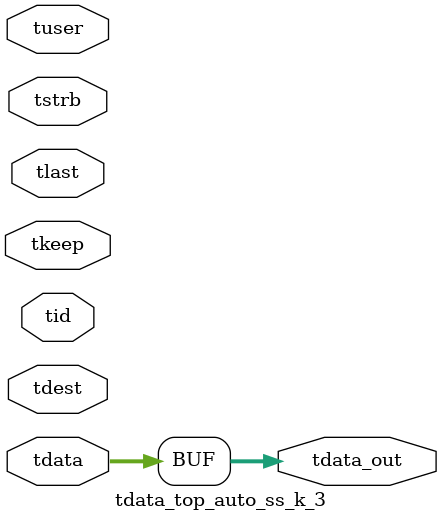
<source format=v>


`timescale 1ps/1ps

module tdata_top_auto_ss_k_3 #
(
parameter C_S_AXIS_TDATA_WIDTH = 32,
parameter C_S_AXIS_TUSER_WIDTH = 0,
parameter C_S_AXIS_TID_WIDTH   = 0,
parameter C_S_AXIS_TDEST_WIDTH = 0,
parameter C_M_AXIS_TDATA_WIDTH = 32
)
(
input  [(C_S_AXIS_TDATA_WIDTH == 0 ? 1 : C_S_AXIS_TDATA_WIDTH)-1:0     ] tdata,
input  [(C_S_AXIS_TUSER_WIDTH == 0 ? 1 : C_S_AXIS_TUSER_WIDTH)-1:0     ] tuser,
input  [(C_S_AXIS_TID_WIDTH   == 0 ? 1 : C_S_AXIS_TID_WIDTH)-1:0       ] tid,
input  [(C_S_AXIS_TDEST_WIDTH == 0 ? 1 : C_S_AXIS_TDEST_WIDTH)-1:0     ] tdest,
input  [(C_S_AXIS_TDATA_WIDTH/8)-1:0 ] tkeep,
input  [(C_S_AXIS_TDATA_WIDTH/8)-1:0 ] tstrb,
input                                                                    tlast,
output [C_M_AXIS_TDATA_WIDTH-1:0] tdata_out
);

assign tdata_out = {tdata[31:0]};

endmodule


</source>
